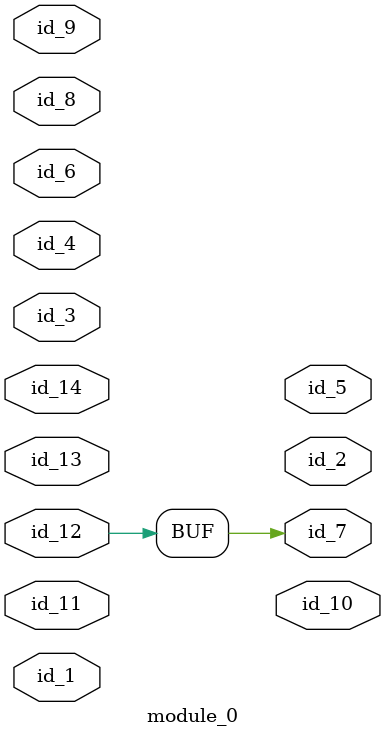
<source format=v>
module module_0 (
    id_1,
    id_2,
    id_3,
    id_4,
    id_5,
    id_6,
    id_7,
    id_8,
    id_9,
    id_10,
    id_11,
    id_12,
    id_13,
    id_14
);
  input wire id_14;
  input wire id_13;
  input wire id_12;
  input wire id_11;
  output wire id_10;
  inout wire id_9;
  input wire id_8;
  output wire id_7;
  inout wire id_6;
  output wire id_5;
  input wire id_4;
  input wire id_3;
  output wire id_2;
  inout wire id_1;
  assign id_7 = id_12;
endmodule
module module_1 (
    id_1,
    id_2
);
  output wire id_2;
  input wire id_1;
  wire id_3;
  module_0 modCall_1 (
      id_3,
      id_3,
      id_1,
      id_1,
      id_3,
      id_3,
      id_3,
      id_3,
      id_3,
      id_3,
      id_3,
      id_1,
      id_1,
      id_3
  );
  wire id_4;
  assign id_2[1] = id_3;
endmodule

</source>
